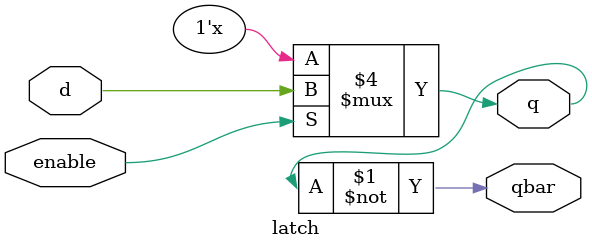
<source format=v>
module latch(q,qbar,d,enable);
input d,enable;
output reg q;
output  qbar;
assign qbar=~q;
always @ (d or enable)
begin
  if (enable) q= d;
end
endmodule
</source>
